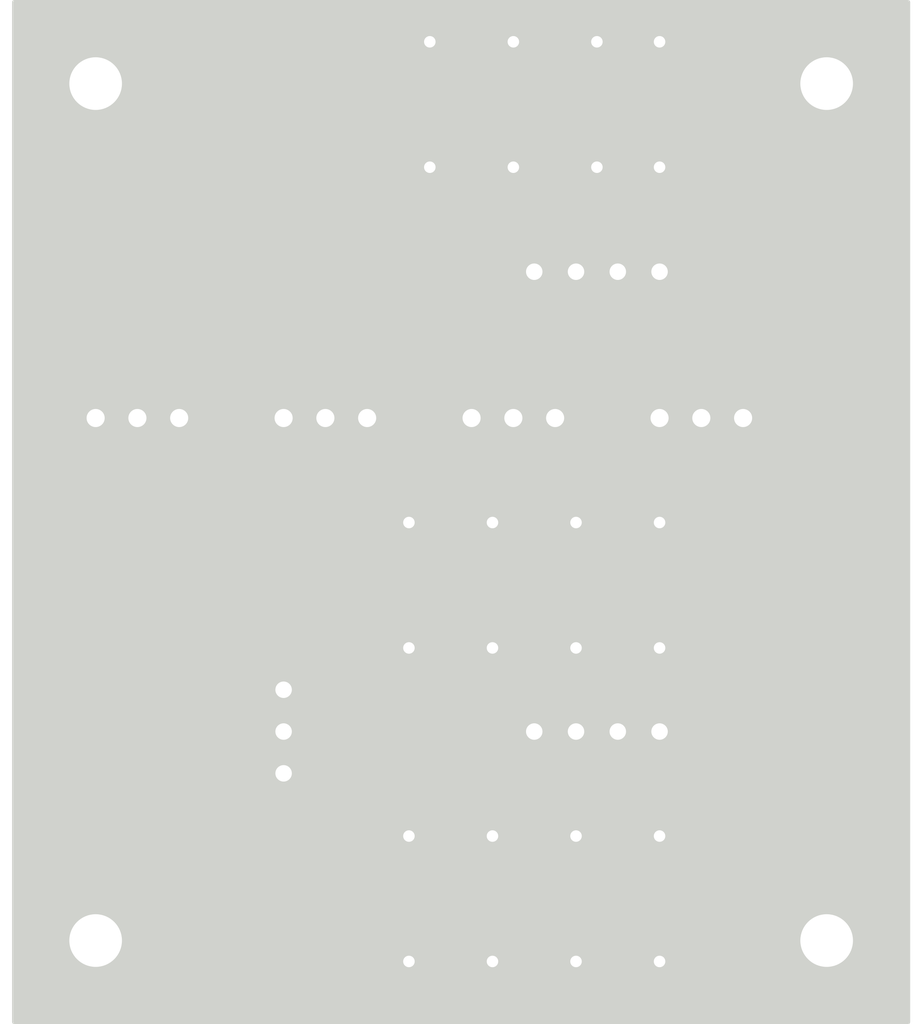
<source format=kicad_pcb>
(kicad_pcb (version 20171130) (host pcbnew "(5.1.5)-3")
  (layers (0 F.Cu signal) (31 B.Cu signal) (34 B.Paste user) (35 F.Paste user) (36 B.SilkS user hide) (37 F.SilkS user) (38 B.Mask user) (39 F.Mask user) (44 Edge.Cuts user))
  (net 0 "")
  (net 1 Enable)
  (net 2 GND)
  (net 3 VCC)
  (net 4 Input4)
  (net 5 Output4)
  (net 6 Input3)
  (net 7 Output3)
  (net 8 Input2)
  (net 9 Output2)
  (net 10 Input1)
  (net 11 Output1)
  (net 12 "Net-(1Kr1-Pad2)")
  (net 13 "Net-(1Kr2-Pad2)")
  (net 14 "Net-(1Kr3-Pad2)")
  (net 15 "Net-(1Kr4-Pad2)")
  (module SCR:ROS (layer F.Cu) (at 82.55 107.95 90)
    (fp_text reference G*** hide)
    (fp_text value LOGO hide)
  )
  (module SCR:robot-image (layer F.Cu) (at 71.12 134.62 90)
    (fp_text reference G*** hide)
    (fp_text value LOGO hide)
  )
  (module SCR:oklahoma-image (layer F.Cu) (at 116.84 114.3 90)
    (fp_text reference G*** hide)
    (fp_text value LOGO hide)
  )
  (module SCR:crab-image (layer F.Cu) (at 71.12 113.03 90)
    (fp_text reference G*** hide)
    (fp_text value LOGO hide)
  )
  (module SCR:scr-logo (layer F.Cu) (at 74.93 143.51 90)
    (fp_text reference G*** hide)
    (fp_text value LOGO hide)
  )
  (module MountingHole:MountingHole_3.2mm_M3 (layer F.Cu) (at 72.39 104.14)
    (fp_text reference MountingHole1 hide)
    (fp_text value MOUNTINGHOLE)
    (pad 1 np_thru_hole circle (at 0 0) (size 3.2 3.2) (drill 3.2) (layers *.Cu *.Mask))
  )
  (module Package_TO_SOT_THT:TO-220-3_Vertical (layer F.Cu) (at 106.68 124.46)
    (fp_text reference Q4 (at 2.54 -4.27) (layer F.SilkS))
    (fp_text value IRF9530N)
    (pad 3 thru_hole oval (at 5.08 0) (size 1.905 2) (drill 1.1) (layers *.Cu *.Mask) (net 1 Enable))
    (pad 2 thru_hole oval (at 2.54 0) (size 1.905 2) (drill 1.1) (layers *.Cu *.Mask) (net 5 Output4))
    (pad 1 thru_hole rect (at 0 0) (size 1.905 2) (drill 1.1) (layers *.Cu *.Mask) (net 15 "Net-(1Kr4-Pad2)"))
  )
  (module Package_TO_SOT_THT:TO-220-3_Vertical (layer F.Cu) (at 83.82 124.46)
    (fp_text reference Q3 (at 2.54 -4.27) (layer F.SilkS))
    (fp_text value IRF9530N)
    (pad 3 thru_hole oval (at 5.08 0) (size 1.905 2) (drill 1.1) (layers *.Cu *.Mask) (net 1 Enable))
    (pad 2 thru_hole oval (at 2.54 0) (size 1.905 2) (drill 1.1) (layers *.Cu *.Mask) (net 9 Output2))
    (pad 1 thru_hole rect (at 0 0) (size 1.905 2) (drill 1.1) (layers *.Cu *.Mask) (net 14 "Net-(1Kr3-Pad2)"))
  )
  (module Package_TO_SOT_THT:TO-220-3_Vertical (layer F.Cu) (at 95.25 124.46)
    (fp_text reference Q2 (at 2.54 -4.27) (layer F.SilkS))
    (fp_text value IRF9530N)
    (pad 3 thru_hole oval (at 5.08 0) (size 1.905 2) (drill 1.1) (layers *.Cu *.Mask) (net 1 Enable))
    (pad 2 thru_hole oval (at 2.54 0) (size 1.905 2) (drill 1.1) (layers *.Cu *.Mask) (net 7 Output3))
    (pad 1 thru_hole rect (at 0 0) (size 1.905 2) (drill 1.1) (layers *.Cu *.Mask) (net 13 "Net-(1Kr2-Pad2)"))
  )
  (module Package_TO_SOT_THT:TO-220-3_Vertical (layer F.Cu) (at 72.39 124.46)
    (fp_text reference Q1 (at 2.54 -4.27) (layer F.SilkS))
    (fp_text value IRF9530N)
    (pad 3 thru_hole oval (at 5.08 0) (size 1.905 2) (drill 1.1) (layers *.Cu *.Mask) (net 1 Enable))
    (pad 2 thru_hole oval (at 2.54 0) (size 1.905 2) (drill 1.1) (layers *.Cu *.Mask) (net 11 Output1))
    (pad 1 thru_hole rect (at 0 0) (size 1.905 2) (drill 1.1) (layers *.Cu *.Mask) (net 12 "Net-(1Kr1-Pad2)"))
  )
  (module Connector_PinSocket_2.54mm:PinSocket_1x04_P2.54mm_Vertical (layer F.Cu) (at 99.06 115.57 90)
    (fp_text reference Output1 (at 0 -2.77 90) (layer F.SilkS))
    (fp_text value Conn_01x04)
    (pad 4 thru_hole oval (at 0 7.62 90) (size 1.7 1.7) (drill 1) (layers *.Cu *.Mask) (net 5 Output4))
    (pad 3 thru_hole oval (at 0 5.08 90) (size 1.7 1.7) (drill 1) (layers *.Cu *.Mask) (net 7 Output3))
    (pad 2 thru_hole oval (at 0 2.54 90) (size 1.7 1.7) (drill 1) (layers *.Cu *.Mask) (net 9 Output2))
    (pad 1 thru_hole rect (at 0 0 90) (size 1.7 1.7) (drill 1) (layers *.Cu *.Mask) (net 11 Output1))
  )
  (module MountingHole:MountingHole_3.2mm_M3 (layer F.Cu) (at 116.84 156.21)
    (fp_text reference MountingHole4 hide)
    (fp_text value MOUNTINGHOLE)
    (pad 1 np_thru_hole circle (at 0 0) (size 3.2 3.2) (drill 3.2) (layers *.Cu *.Mask))
  )
  (module MountingHole:MountingHole_3.2mm_M3 (layer F.Cu) (at 72.39 156.21)
    (fp_text reference MountingHole3 hide)
    (fp_text value MOUNTINGHOLE)
    (pad 1 np_thru_hole circle (at 0 0) (size 3.2 3.2) (drill 3.2) (layers *.Cu *.Mask))
  )
  (module MountingHole:MountingHole_3.2mm_M3 (layer F.Cu) (at 116.84 104.14)
    (fp_text reference MountingHole2 hide)
    (fp_text value MOUNTINGHOLE)
    (pad 1 np_thru_hole circle (at 0 0) (size 3.2 3.2) (drill 3.2) (layers *.Cu *.Mask))
  )
  (module Connector_PinHeader_2.54mm:PinHeader_1x04_P2.54mm_Vertical (layer F.Cu) (at 99.06 143.51 90)
    (fp_text reference Input1 (at 0 -2.33 90) (layer F.SilkS))
    (fp_text value Conn_01x04)
    (pad 4 thru_hole oval (at 0 7.62 90) (size 1.7 1.7) (drill 1) (layers *.Cu *.Mask) (net 4 Input4))
    (pad 3 thru_hole oval (at 0 5.08 90) (size 1.7 1.7) (drill 1) (layers *.Cu *.Mask) (net 6 Input3))
    (pad 2 thru_hole oval (at 0 2.54 90) (size 1.7 1.7) (drill 1) (layers *.Cu *.Mask) (net 8 Input2))
    (pad 1 thru_hole rect (at 0 0 90) (size 1.7 1.7) (drill 1) (layers *.Cu *.Mask) (net 10 Input1))
  )
  (module Connector_PinHeader_2.54mm:PinHeader_1x03_P2.54mm_Vertical (layer F.Cu) (at 83.82 140.97)
    (fp_text reference Control1 (at 0 -2.33) (layer F.SilkS))
    (fp_text value Conn_01x03)
    (pad 3 thru_hole oval (at 0 5.08) (size 1.7 1.7) (drill 1) (layers *.Cu *.Mask) (net 3 VCC))
    (pad 2 thru_hole oval (at 0 2.54) (size 1.7 1.7) (drill 1) (layers *.Cu *.Mask) (net 1 Enable))
    (pad 1 thru_hole rect (at 0 0) (size 1.7 1.7) (drill 1) (layers *.Cu *.Mask) (net 2 GND))
  )
  (module Resistor_THT:R_Axial_DIN0204_L3.6mm_D1.6mm_P7.62mm_Horizontal (layer F.Cu) (at 106.68 138.43 90)
    (fp_text reference 1Kr4 (at 3.81 -1.92 90) (layer F.SilkS))
    (fp_text value ROX5SSJ1K8)
    (pad 2 thru_hole oval (at 7.62 0 90) (size 1.4 1.4) (drill 0.7) (layers *.Cu *.Mask) (net 15 "Net-(1Kr4-Pad2)"))
    (pad 1 thru_hole circle (at 0 0 90) (size 1.4 1.4) (drill 0.7) (layers *.Cu *.Mask) (net 4 Input4))
  )
  (module Resistor_THT:R_Axial_DIN0204_L3.6mm_D1.6mm_P7.62mm_Horizontal (layer F.Cu) (at 96.52 138.43 90)
    (fp_text reference 1Kr3 (at 3.81 -1.92 90) (layer F.SilkS))
    (fp_text value ROX5SSJ1K8)
    (pad 2 thru_hole oval (at 7.62 0 90) (size 1.4 1.4) (drill 0.7) (layers *.Cu *.Mask) (net 14 "Net-(1Kr3-Pad2)"))
    (pad 1 thru_hole circle (at 0 0 90) (size 1.4 1.4) (drill 0.7) (layers *.Cu *.Mask) (net 8 Input2))
  )
  (module Resistor_THT:R_Axial_DIN0204_L3.6mm_D1.6mm_P7.62mm_Horizontal (layer F.Cu) (at 101.6 138.43 90)
    (fp_text reference 1Kr2 (at 3.81 -1.92 90) (layer F.SilkS))
    (fp_text value ROX5SSJ1K8)
    (pad 2 thru_hole oval (at 7.62 0 90) (size 1.4 1.4) (drill 0.7) (layers *.Cu *.Mask) (net 13 "Net-(1Kr2-Pad2)"))
    (pad 1 thru_hole circle (at 0 0 90) (size 1.4 1.4) (drill 0.7) (layers *.Cu *.Mask) (net 6 Input3))
  )
  (module Resistor_THT:R_Axial_DIN0204_L3.6mm_D1.6mm_P7.62mm_Horizontal (layer F.Cu) (at 91.44 138.43 90)
    (fp_text reference 1Kr1 (at 3.81 -1.92 90) (layer F.SilkS))
    (fp_text value ROX5SSJ1K8)
    (pad 2 thru_hole oval (at 7.62 0 90) (size 1.4 1.4) (drill 0.7) (layers *.Cu *.Mask) (net 12 "Net-(1Kr1-Pad2)"))
    (pad 1 thru_hole circle (at 0 0 90) (size 1.4 1.4) (drill 0.7) (layers *.Cu *.Mask) (net 10 Input1))
  )
  (module Resistor_THT:R_Axial_DIN0204_L3.6mm_D1.6mm_P7.62mm_Horizontal (layer F.Cu) (at 106.68 101.6 270)
    (fp_text reference 10Kr8 (at 3.81 -1.92 90) (layer F.SilkS))
    (fp_text value ROX5SSJ1K8)
    (pad 2 thru_hole oval (at 7.62 0 270) (size 1.4 1.4) (drill 0.7) (layers *.Cu *.Mask) (net 5 Output4))
    (pad 1 thru_hole circle (at 0 0 270) (size 1.4 1.4) (drill 0.7) (layers *.Cu *.Mask) (net 2 GND))
  )
  (module Resistor_THT:R_Axial_DIN0204_L3.6mm_D1.6mm_P7.62mm_Horizontal (layer F.Cu) (at 97.79 101.6 270)
    (fp_text reference 10Kr7 (at 3.81 -1.92 90) (layer F.SilkS))
    (fp_text value ROX5SSJ1K8)
    (pad 2 thru_hole oval (at 7.62 0 270) (size 1.4 1.4) (drill 0.7) (layers *.Cu *.Mask) (net 9 Output2))
    (pad 1 thru_hole circle (at 0 0 270) (size 1.4 1.4) (drill 0.7) (layers *.Cu *.Mask) (net 2 GND))
  )
  (module Resistor_THT:R_Axial_DIN0204_L3.6mm_D1.6mm_P7.62mm_Horizontal (layer F.Cu) (at 106.68 149.86 270)
    (fp_text reference 10Kr6 (at 3.81 -1.92 90) (layer F.SilkS))
    (fp_text value ROX5SSJ1K8)
    (pad 2 thru_hole oval (at 7.62 0 270) (size 1.4 1.4) (drill 0.7) (layers *.Cu *.Mask) (net 3 VCC))
    (pad 1 thru_hole circle (at 0 0 270) (size 1.4 1.4) (drill 0.7) (layers *.Cu *.Mask) (net 4 Input4))
  )
  (module Resistor_THT:R_Axial_DIN0204_L3.6mm_D1.6mm_P7.62mm_Horizontal (layer F.Cu) (at 96.52 149.86 270)
    (fp_text reference 10Kr5 (at 3.81 -1.92 90) (layer F.SilkS))
    (fp_text value ROX5SSJ1K8)
    (pad 2 thru_hole oval (at 7.62 0 270) (size 1.4 1.4) (drill 0.7) (layers *.Cu *.Mask) (net 3 VCC))
    (pad 1 thru_hole circle (at 0 0 270) (size 1.4 1.4) (drill 0.7) (layers *.Cu *.Mask) (net 8 Input2))
  )
  (module Resistor_THT:R_Axial_DIN0204_L3.6mm_D1.6mm_P7.62mm_Horizontal (layer F.Cu) (at 102.87 101.6 270)
    (fp_text reference 10Kr4 (at 3.81 -1.92 90) (layer F.SilkS))
    (fp_text value ROX5SSJ1K8)
    (pad 2 thru_hole oval (at 7.62 0 270) (size 1.4 1.4) (drill 0.7) (layers *.Cu *.Mask) (net 7 Output3))
    (pad 1 thru_hole circle (at 0 0 270) (size 1.4 1.4) (drill 0.7) (layers *.Cu *.Mask) (net 2 GND))
  )
  (module Resistor_THT:R_Axial_DIN0204_L3.6mm_D1.6mm_P7.62mm_Horizontal (layer F.Cu) (at 92.71 101.6 270)
    (fp_text reference 10Kr3 (at 3.81 -1.92 90) (layer F.SilkS))
    (fp_text value ROX5SSJ1K8)
    (pad 2 thru_hole oval (at 7.62 0 270) (size 1.4 1.4) (drill 0.7) (layers *.Cu *.Mask) (net 11 Output1))
    (pad 1 thru_hole circle (at 0 0 270) (size 1.4 1.4) (drill 0.7) (layers *.Cu *.Mask) (net 2 GND))
  )
  (module Resistor_THT:R_Axial_DIN0204_L3.6mm_D1.6mm_P7.62mm_Horizontal (layer F.Cu) (at 101.6 149.86 270)
    (fp_text reference 10Kr2 (at 3.81 -1.92 90) (layer F.SilkS))
    (fp_text value ROX5SSJ1K8)
    (pad 2 thru_hole oval (at 7.62 0 270) (size 1.4 1.4) (drill 0.7) (layers *.Cu *.Mask) (net 3 VCC))
    (pad 1 thru_hole circle (at 0 0 270) (size 1.4 1.4) (drill 0.7) (layers *.Cu *.Mask) (net 6 Input3))
  )
  (module Resistor_THT:R_Axial_DIN0204_L3.6mm_D1.6mm_P7.62mm_Horizontal (layer F.Cu) (at 91.44 149.86 270)
    (fp_text reference 10Kr1 (at 3.81 -1.92 90) (layer F.SilkS))
    (fp_text value ROX5SSJ1K8)
    (pad 2 thru_hole oval (at 7.62 0 270) (size 1.4 1.4) (drill 0.7) (layers *.Cu *.Mask) (net 3 VCC))
    (pad 1 thru_hole circle (at 0 0 270) (size 1.4 1.4) (drill 0.7) (layers *.Cu *.Mask) (net 10 Input1))
  )
  (gr_text EN (at 77.47 127) (layer F.SilkS) (effects (font (size 1.5 1.5) (thickness 0.3))))
  (gr_text O (at 74.93 127) (layer F.SilkS) (effects (font (size 1.5 1.5) (thickness 0.3))))
  (gr_text "G\n" (at 72.39 127) (layer F.SilkS) (effects (font (size 1.5 1.5) (thickness 0.3))))
  (gr_text "Motor Controller Override\nRev3" (at 118.11 135.89 90) (layer F.SilkS) (effects (font (size 1.5 1.5) (thickness 0.3))))
  (segment (start 77.47 124.46) (end 77.47 123.19) (width 0.25) (layer B.Cu) (net 1))
  (segment (start 77.47 123.19) (end 81.28 119.38) (width 0.25) (layer B.Cu) (net 1))
  (segment (start 88.9 123.21) (end 88.9 124.46) (width 0.25) (layer B.Cu) (net 1))
  (segment (start 85.07 119.38) (end 88.9 123.21) (width 0.25) (layer B.Cu) (net 1))
  (segment (start 81.28 119.38) (end 85.07 119.38) (width 0.25) (layer B.Cu) (net 1))
  (segment (start 88.9 124.46) (end 88.9 125.73) (width 0.25) (layer B.Cu) (net 1))
  (segment (start 88.9 125.73) (end 90.17 127) (width 0.25) (layer B.Cu) (net 1))
  (segment (start 100.33 125.71) (end 100.33 124.46) (width 0.25) (layer B.Cu) (net 1))
  (segment (start 99.04 127) (end 100.33 125.71) (width 0.25) (layer B.Cu) (net 1))
  (segment (start 90.17 127) (end 99.04 127) (width 0.25) (layer B.Cu) (net 1))
  (segment (start 111.76 123.21) (end 110.47 121.92) (width 0.25) (layer B.Cu) (net 1))
  (segment (start 111.76 124.46) (end 111.76 123.21) (width 0.25) (layer B.Cu) (net 1))
  (segment (start 100.33 123.21) (end 100.33 124.46) (width 0.25) (layer B.Cu) (net 1))
  (segment (start 101.62 121.92) (end 100.33 123.21) (width 0.25) (layer B.Cu) (net 1))
  (segment (start 110.47 121.92) (end 101.62 121.92) (width 0.25) (layer B.Cu) (net 1))
  (segment (start 87.63 142.24) (end 86.36 143.51) (width 0.25) (layer B.Cu) (net 1))
  (segment (start 87.63 139.7) (end 87.63 142.24) (width 0.25) (layer B.Cu) (net 1))
  (segment (start 77.47 124.46) (end 77.47 129.54) (width 0.25) (layer B.Cu) (net 1))
  (segment (start 86.36 143.51) (end 83.82 143.51) (width 0.25) (layer B.Cu) (net 1))
  (segment (start 77.47 129.54) (end 87.63 139.7) (width 0.25) (layer B.Cu) (net 1))
  (segment (start 106.68 101.6) (end 102.87 101.6) (width 0.25) (layer B.Cu) (net 2))
  (segment (start 102.87 101.6) (end 97.79 101.6) (width 0.25) (layer B.Cu) (net 2))
  (segment (start 92.71 101.6) (end 97.79 101.6) (width 0.25) (layer B.Cu) (net 2))
  (segment (start 92.71 101.6) (end 87.63 101.6) (width 0.25) (layer B.Cu) (net 2))
  (segment (start 87.63 101.6) (end 68.58 120.65) (width 0.25) (layer B.Cu) (net 2))
  (segment (start 82.72 140.97) (end 83.82 140.97) (width 0.25) (layer B.Cu) (net 2))
  (segment (start 68.58 126.83) (end 82.72 140.97) (width 0.25) (layer B.Cu) (net 2))
  (segment (start 68.58 120.65) (end 68.58 126.83) (width 0.25) (layer B.Cu) (net 2))
  (segment (start 106.68 157.48) (end 101.6 157.48) (width 0.25) (layer F.Cu) (net 3))
  (segment (start 96.52 157.48) (end 101.6 157.48) (width 0.25) (layer F.Cu) (net 3))
  (segment (start 96.52 157.48) (end 91.44 157.48) (width 0.25) (layer F.Cu) (net 3))
  (segment (start 83.82 149.86) (end 91.44 157.48) (width 0.25) (layer F.Cu) (net 3))
  (segment (start 83.82 146.05) (end 83.82 149.86) (width 0.25) (layer F.Cu) (net 3))
  (segment (start 106.68 143.51) (end 106.68 138.43) (width 0.25) (layer F.Cu) (net 4))
  (segment (start 106.68 149.86) (end 106.68 143.51) (width 0.25) (layer F.Cu) (net 4))
  (segment (start 109.22 118.11) (end 106.68 115.57) (width 0.25) (layer F.Cu) (net 5))
  (segment (start 109.22 124.46) (end 109.22 118.11) (width 0.25) (layer F.Cu) (net 5))
  (segment (start 106.68 115.57) (end 106.68 109.22) (width 0.25) (layer F.Cu) (net 5))
  (segment (start 104.14 140.97) (end 101.6 138.43) (width 0.25) (layer F.Cu) (net 6))
  (segment (start 104.14 143.51) (end 104.14 140.97) (width 0.25) (layer F.Cu) (net 6))
  (segment (start 101.6 149.86) (end 102.87 149.86) (width 0.25) (layer F.Cu) (net 6))
  (segment (start 104.14 148.59) (end 104.14 143.51) (width 0.25) (layer F.Cu) (net 6))
  (segment (start 102.87 149.86) (end 104.14 148.59) (width 0.25) (layer F.Cu) (net 6))
  (segment (start 97.79 121.92) (end 104.14 115.57) (width 0.25) (layer F.Cu) (net 7))
  (segment (start 97.79 124.46) (end 97.79 121.92) (width 0.25) (layer F.Cu) (net 7))
  (segment (start 104.14 110.49) (end 102.87 109.22) (width 0.25) (layer F.Cu) (net 7))
  (segment (start 104.14 115.57) (end 104.14 110.49) (width 0.25) (layer F.Cu) (net 7))
  (segment (start 101.6 143.51) (end 101.6 142.24) (width 0.25) (layer F.Cu) (net 8))
  (segment (start 97.79 138.43) (end 96.52 138.43) (width 0.25) (layer F.Cu) (net 8))
  (segment (start 101.6 142.24) (end 97.79 138.43) (width 0.25) (layer F.Cu) (net 8))
  (segment (start 96.52 149.86) (end 97.79 149.86) (width 0.25) (layer F.Cu) (net 8))
  (segment (start 101.6 146.05) (end 101.6 143.51) (width 0.25) (layer F.Cu) (net 8))
  (segment (start 97.79 149.86) (end 101.6 146.05) (width 0.25) (layer F.Cu) (net 8))
  (segment (start 86.36 123.21) (end 90.19 119.38) (width 0.25) (layer F.Cu) (net 9))
  (segment (start 86.36 124.46) (end 86.36 123.21) (width 0.25) (layer F.Cu) (net 9))
  (segment (start 97.79 119.38) (end 101.6 115.57) (width 0.25) (layer F.Cu) (net 9))
  (segment (start 90.19 119.38) (end 97.79 119.38) (width 0.25) (layer F.Cu) (net 9))
  (segment (start 101.6 113.03) (end 97.79 109.22) (width 0.25) (layer F.Cu) (net 9))
  (segment (start 101.6 115.57) (end 101.6 113.03) (width 0.25) (layer F.Cu) (net 9))
  (segment (start 96.52 143.51) (end 91.44 138.43) (width 0.25) (layer F.Cu) (net 10))
  (segment (start 99.06 143.51) (end 96.52 143.51) (width 0.25) (layer F.Cu) (net 10))
  (segment (start 99.06 144.61) (end 99.06 143.51) (width 0.25) (layer F.Cu) (net 10))
  (segment (start 93.81 149.86) (end 99.06 144.61) (width 0.25) (layer F.Cu) (net 10))
  (segment (start 91.44 149.86) (end 93.81 149.86) (width 0.25) (layer F.Cu) (net 10))
  (segment (start 82.57 115.57) (end 99.06 115.57) (width 0.25) (layer F.Cu) (net 11))
  (segment (start 74.93 124.46) (end 74.93 123.21) (width 0.25) (layer F.Cu) (net 11))
  (segment (start 74.93 123.21) (end 82.57 115.57) (width 0.25) (layer F.Cu) (net 11))
  (segment (start 99.06 115.57) (end 92.71 109.22) (width 0.25) (layer F.Cu) (net 11))
  (segment (start 77.49 130.81) (end 72.39 125.71) (width 0.25) (layer F.Cu) (net 12))
  (segment (start 72.39 125.71) (end 72.39 124.46) (width 0.25) (layer F.Cu) (net 12))
  (segment (start 91.44 130.81) (end 77.49 130.81) (width 0.25) (layer F.Cu) (net 12))
  (segment (start 101.6 130.81) (end 95.25 124.46) (width 0.25) (layer F.Cu) (net 13))
  (segment (start 96.52 130.81) (end 95.494999 129.784999) (width 0.25) (layer F.Cu) (net 14))
  (segment (start 95.494999 129.784999) (end 93.98 128.27) (width 0.25) (layer F.Cu) (net 14))
  (segment (start 83.82 125.71) (end 86.36 128.25) (width 0.25) (layer F.Cu) (net 14))
  (segment (start 83.82 124.46) (end 83.82 125.71) (width 0.25) (layer F.Cu) (net 14))
  (segment (start 86.36 128.25) (end 93.96 128.25) (width 0.25) (layer F.Cu) (net 14))
  (segment (start 93.96 128.25) (end 93.98 128.27) (width 0.25) (layer F.Cu) (net 14))
  (segment (start 106.68 130.81) (end 106.68 124.46) (width 0.25) (layer F.Cu) (net 15))
  (zone (net 0) (net_name "") (layer Edge.Cuts) (connect_pads (clearance 0.508)) (min_thickness 0.254) (fill yes (arc_segments 32) (thermal_gap 0.508) (thermal_bridge_width 0.508))
    (polygon (pts (xy 121.92 158.75) (xy 121.92 161.29) (xy 67.31 161.29) (xy 67.31 99.06) (xy 121.92 99.06)))
  )
)
</source>
